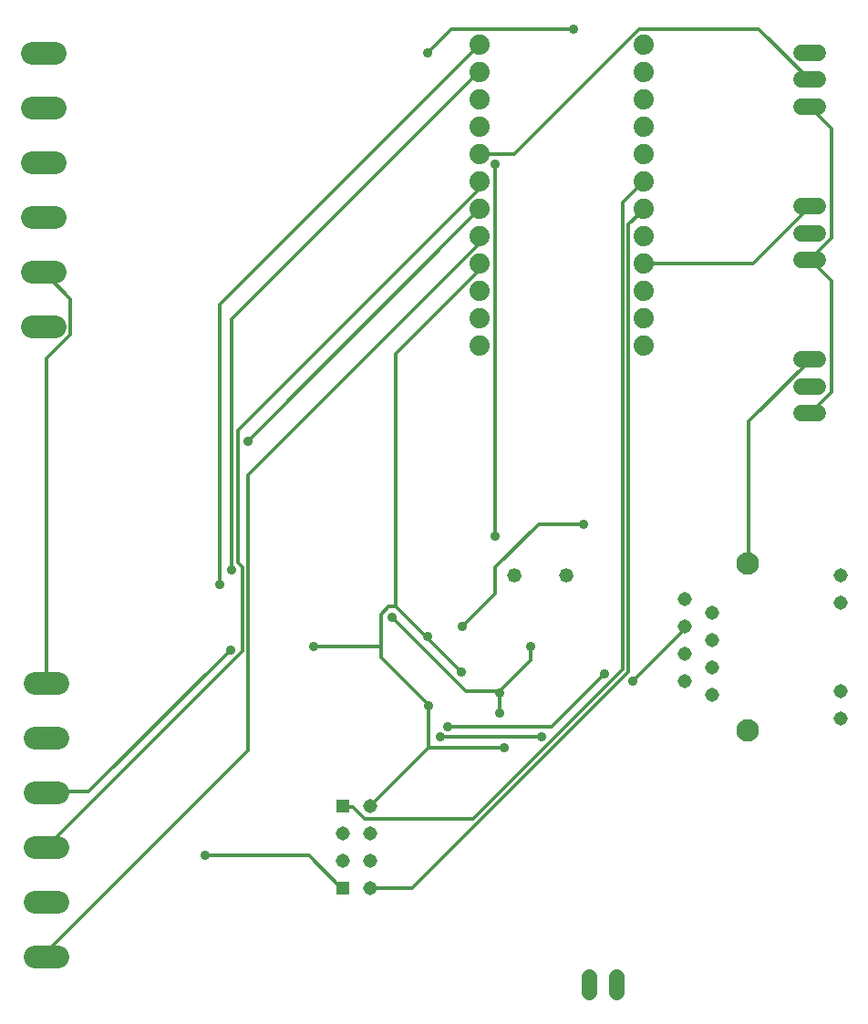
<source format=gbr>
G04 EAGLE Gerber RS-274X export*
G75*
%MOMM*%
%FSLAX34Y34*%
%LPD*%
%AMOC8*
5,1,8,0,0,1.08239X$1,22.5*%
G01*
%ADD10C,1.422400*%
%ADD11C,1.524000*%
%ADD12R,1.308000X1.308000*%
%ADD13C,1.308000*%
%ADD14C,1.879600*%
%ADD15C,2.095500*%
%ADD16C,1.320800*%
%ADD17C,2.100000*%
%ADD18C,0.300000*%
%ADD19C,0.906400*%


D10*
X600200Y32888D02*
X600200Y47112D01*
X574800Y47112D02*
X574800Y32888D01*
D11*
X772380Y620000D02*
X787620Y620000D01*
X787620Y595000D02*
X772380Y595000D01*
X772380Y570000D02*
X787620Y570000D01*
X787620Y762500D02*
X772380Y762500D01*
X772380Y737500D02*
X787620Y737500D01*
X787620Y712500D02*
X772380Y712500D01*
D12*
X346375Y129250D03*
X346375Y205450D03*
D13*
X346375Y154650D03*
X346375Y180050D03*
X371775Y180050D03*
X371775Y154650D03*
X371775Y129250D03*
X371775Y205450D03*
D14*
X626200Y633000D03*
X626200Y658400D03*
X626200Y683800D03*
X626200Y709200D03*
X626200Y734600D03*
X626200Y760000D03*
X626200Y785400D03*
X626200Y810800D03*
X626200Y836200D03*
X626200Y861600D03*
X626200Y887000D03*
X626200Y912400D03*
X473800Y912400D03*
X473800Y887000D03*
X473800Y861600D03*
X473800Y836200D03*
X473800Y810800D03*
X473800Y785400D03*
X473800Y760000D03*
X473800Y734600D03*
X473800Y709200D03*
X473800Y683800D03*
X473800Y658400D03*
X473800Y633000D03*
D15*
X78778Y904500D02*
X57823Y904500D01*
X57823Y853700D02*
X78778Y853700D01*
X78778Y650500D02*
X57823Y650500D01*
X57823Y802900D02*
X78778Y802900D01*
X78778Y752100D02*
X57823Y752100D01*
X57823Y701300D02*
X78778Y701300D01*
X81278Y319500D02*
X60323Y319500D01*
X60323Y268700D02*
X81278Y268700D01*
X81278Y65500D02*
X60323Y65500D01*
X60323Y217900D02*
X81278Y217900D01*
X81278Y167100D02*
X60323Y167100D01*
X60323Y116300D02*
X81278Y116300D01*
D11*
X772380Y905000D02*
X787620Y905000D01*
X787620Y880000D02*
X772380Y880000D01*
X772380Y855000D02*
X787620Y855000D01*
D16*
X505870Y420000D03*
X554130Y420000D03*
D17*
X722700Y275750D03*
X722700Y430650D03*
D13*
X808400Y419450D03*
X808400Y394050D03*
X808400Y312350D03*
X808400Y286950D03*
X664300Y397600D03*
X664300Y372200D03*
X664300Y346800D03*
X664300Y321400D03*
X689700Y385000D03*
X689700Y359600D03*
X689700Y334200D03*
X689700Y308800D03*
D18*
X71500Y320375D02*
X71500Y621500D01*
X93500Y643500D01*
X93500Y676500D01*
X68750Y701250D01*
X71500Y320375D02*
X70800Y319500D01*
X68750Y701250D02*
X68300Y701300D01*
X627000Y709500D02*
X727375Y709500D01*
X779625Y761750D01*
X627000Y709500D02*
X626200Y709200D01*
X779625Y761750D02*
X780000Y762500D01*
X314875Y159500D02*
X218625Y159500D01*
X314875Y159500D02*
X345125Y129250D01*
X346375Y129250D01*
X492250Y291500D02*
X492250Y310750D01*
X521125Y341000D02*
X521125Y353375D01*
X521125Y341000D02*
X492250Y312125D01*
X492250Y310750D01*
X460625Y312125D02*
X391875Y380875D01*
X460625Y312125D02*
X490875Y312125D01*
X492250Y310750D01*
X723250Y562375D02*
X779625Y618750D01*
X723250Y562375D02*
X723250Y431750D01*
X779625Y618750D02*
X780000Y620000D01*
X723250Y431750D02*
X722700Y430650D01*
D19*
X218625Y159500D03*
X492250Y310750D03*
X492250Y291500D03*
X521125Y353375D03*
X391875Y380875D03*
D18*
X243375Y424875D02*
X243375Y657250D01*
X473000Y886875D01*
X473800Y887000D01*
D19*
X243375Y424875D03*
D18*
X473000Y778250D02*
X473000Y785125D01*
X473000Y778250D02*
X248875Y554125D01*
X248875Y431750D01*
X253000Y427625D01*
X253000Y349250D01*
X71500Y167750D01*
X473000Y785125D02*
X473800Y785400D01*
X71500Y167750D02*
X70800Y167100D01*
X372625Y129250D02*
X411125Y129250D01*
X611875Y330000D01*
X611875Y745250D01*
X625625Y759000D01*
X372625Y129250D02*
X371775Y129250D01*
X625625Y759000D02*
X626200Y760000D01*
X356125Y204875D02*
X346500Y204875D01*
X356125Y204875D02*
X367125Y193875D01*
X467500Y193875D01*
X606375Y332750D01*
X606375Y765875D01*
X625625Y785125D01*
X346375Y205450D02*
X346500Y204875D01*
X625625Y785125D02*
X626200Y785400D01*
X506000Y811250D02*
X474375Y811250D01*
X506000Y811250D02*
X621500Y926750D01*
X732875Y926750D01*
X779625Y880000D01*
X474375Y811250D02*
X473800Y810800D01*
X779625Y880000D02*
X780000Y880000D01*
X488125Y801625D02*
X488125Y456500D01*
D19*
X488125Y456500D03*
X488125Y801625D03*
D18*
X232375Y671000D02*
X232375Y411125D01*
X232375Y671000D02*
X473000Y911625D01*
X473800Y912400D01*
D19*
X232375Y411125D03*
D18*
X446875Y926750D02*
X561000Y926750D01*
X446875Y926750D02*
X424875Y904750D01*
D19*
X561000Y926750D03*
X424875Y904750D03*
D18*
X473000Y734250D02*
X473000Y727375D01*
X258500Y512875D01*
X258500Y257125D01*
X71500Y70125D01*
X71500Y66000D01*
X473000Y734250D02*
X473800Y734600D01*
X71500Y66000D02*
X70800Y65500D01*
X258500Y544500D02*
X473000Y759000D01*
X473800Y760000D01*
D19*
X258500Y544500D03*
D18*
X781000Y713625D02*
X800250Y732875D01*
X800250Y834625D01*
X781000Y853875D01*
X781000Y713625D02*
X780000Y712500D01*
X781000Y853875D02*
X780000Y855000D01*
X800250Y589875D02*
X781000Y570625D01*
X800250Y589875D02*
X800250Y693000D01*
X781000Y712250D01*
X781000Y570625D02*
X780000Y570000D01*
X781000Y712250D02*
X780000Y712500D01*
X426250Y298375D02*
X426250Y259875D01*
X372625Y206250D01*
X371775Y205450D01*
X424188Y362313D02*
X396000Y390500D01*
X424188Y362313D02*
X456500Y330000D01*
X396000Y390500D02*
X389125Y390500D01*
X382250Y383625D01*
X382250Y353375D02*
X382250Y343750D01*
X382250Y353375D02*
X382250Y383625D01*
X382250Y343750D02*
X426250Y299750D01*
X426250Y298375D01*
X380875Y353375D02*
X319000Y353375D01*
X380875Y353375D02*
X382250Y353375D01*
X473000Y702625D02*
X473000Y708125D01*
X473000Y702625D02*
X396000Y625625D01*
X396000Y391875D01*
X473000Y708125D02*
X473800Y709200D01*
X396000Y391875D02*
X396000Y390500D01*
X110000Y218625D02*
X71500Y218625D01*
X110000Y218625D02*
X242000Y350625D01*
X71500Y218625D02*
X70800Y217900D01*
X427625Y259875D02*
X496375Y259875D01*
X427625Y259875D02*
X426250Y259875D01*
X424188Y362313D02*
X424875Y363000D01*
D19*
X426250Y298375D03*
X456500Y330000D03*
X319000Y353375D03*
X242000Y350625D03*
X496375Y259875D03*
X424875Y363000D03*
D18*
X616000Y321750D02*
X665500Y371250D01*
X664300Y372200D01*
X540375Y279125D02*
X444125Y279125D01*
X540375Y279125D02*
X589875Y328625D01*
D19*
X616000Y321750D03*
X444125Y279125D03*
X589875Y328625D03*
D18*
X530750Y269500D02*
X437250Y269500D01*
D19*
X437250Y269500D03*
X530750Y269500D03*
X457500Y372500D03*
D18*
X487766Y402766D01*
X487766Y426892D01*
X528374Y467500D01*
X570000Y467500D01*
D19*
X570000Y467500D03*
M02*

</source>
